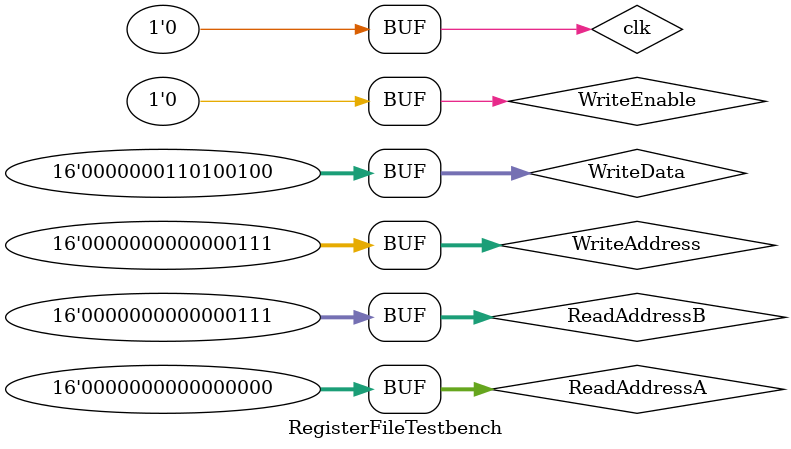
<source format=v>

`timescale 1ns / 1ps

module RegisterFileTestbench;

    reg clk;
    reg WriteEnable;
    reg [15:0] WriteAddress;
    reg [15:0] WriteData;
    reg [15:0] ReadAddressA;
    reg [15:0] ReadAddressB;
    wire [15:0] ReadDataA;
    wire [15:0] ReadDataB;

    RegisterFile uut(

        .clk(clk),
        .WriteEnable(WriteEnable),
        .WriteAddress(WriteAddress),
        .WriteData(WriteData),
        .ReadAddressA(ReadAddressA),
        .ReadAddressB(ReadAddressB),
        .ReadDataA(ReadDataA),
        .ReadDataB(ReadDataB)

    );

    initial begin

        WriteAddress = 3'b000; WriteData = 16'd42; WriteEnable = 1; #10
        clk = 1; #10 clk = 0;
        WriteEnable = 0;
        WriteAddress = 3'b111; WriteData = 16'd420; WriteEnable = 1; #10
        clk = 1; #10 clk = 0;
        WriteEnable = 0;


        ReadAddressA = 3'b000;
        ReadAddressB = 3'b111;

    end

endmodule

</source>
